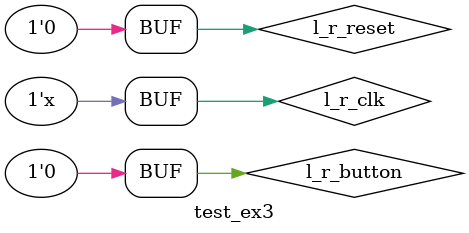
<source format=v>
`timescale 1ns / 1ps

module test_ex3;

    // Inputs
    reg l_r_button;
    reg l_r_reset;
    reg l_r_clk;

    // Outputs
    wire l_w_AN0;
    wire l_w_AN1;
    wire l_w_AN2;
    wire l_w_AN3;
    wire l_w_CA;
    wire l_w_CB;
    wire l_w_CC;
    wire l_w_CD;
    wire l_w_CE;
    wire l_w_CF;
    wire l_w_CG;
    wire l_w_DP;

    // Instantiate the Unit Under Test (UUT)
    ex3 uut (
        .o_r_AN0(l_w_AN0),
        .o_r_AN1(l_w_AN1),
        .o_r_AN2(l_w_AN2),
        .o_r_AN3(l_w_AN3),
        .o_r_CA(l_w_CA),
        .o_r_CB(l_w_CB),
        .o_r_CC(l_w_CC),
        .o_r_CD(l_w_CD),
        .o_r_CE(l_w_CE),
        .o_r_CF(l_w_CF),
        .o_r_CG(l_w_CG),
        .o_r_DP(l_w_DP),
        .i_w_button(l_r_button),
        .i_w_reset(l_r_reset),
        .i_w_clk(l_r_clk)
    );

    always begin
        #1 l_r_clk = ~l_r_clk;
    end

    initial begin
        // Initialize Inputs
        l_r_button = 0;
        l_r_reset = 1;
        l_r_clk = 0;

        // Wait 100 ns for global l_r_reset to finish
        #100;

        // Add stimulus here
        l_r_reset = 0;

        #10 l_r_button = 1; #10 l_r_button = 0;
        #10 l_r_button = 1; #10 l_r_button = 0;
        #10 l_r_button = 1; #10 l_r_button = 0;
        #10 l_r_button = 1; #10 l_r_button = 0;
        #10 l_r_button = 1; #10 l_r_button = 0;
        #10 l_r_button = 1; #10 l_r_button = 0;
        #10 l_r_button = 1; #10 l_r_button = 0;
        #10 l_r_button = 1; #10 l_r_button = 0;
        #10 l_r_button = 1; #10 l_r_button = 0;
        #10 l_r_button = 1; #10 l_r_button = 0;
        #10 l_r_button = 1; #10 l_r_button = 0;
        #10 l_r_button = 1; #10 l_r_button = 0;
        #10 l_r_button = 1; #10 l_r_button = 0;
        #10 l_r_button = 1; #10 l_r_button = 0;
    end
endmodule

</source>
